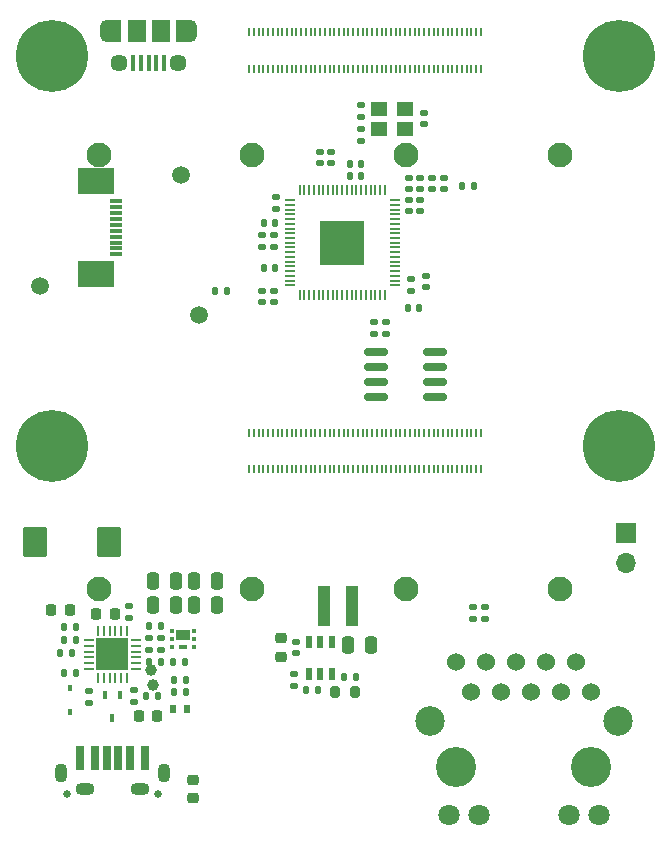
<source format=gbr>
%TF.GenerationSoftware,KiCad,Pcbnew,(6.0.7)*%
%TF.CreationDate,2022-11-16T16:45:53+01:00*%
%TF.ProjectId,MainBoard,4d61696e-426f-4617-9264-2e6b69636164,rev?*%
%TF.SameCoordinates,PXa344e00PY7102aa0*%
%TF.FileFunction,Soldermask,Top*%
%TF.FilePolarity,Negative*%
%FSLAX46Y46*%
G04 Gerber Fmt 4.6, Leading zero omitted, Abs format (unit mm)*
G04 Created by KiCad (PCBNEW (6.0.7)) date 2022-11-16 16:45:53*
%MOMM*%
%LPD*%
G01*
G04 APERTURE LIST*
G04 Aperture macros list*
%AMRoundRect*
0 Rectangle with rounded corners*
0 $1 Rounding radius*
0 $2 $3 $4 $5 $6 $7 $8 $9 X,Y pos of 4 corners*
0 Add a 4 corners polygon primitive as box body*
4,1,4,$2,$3,$4,$5,$6,$7,$8,$9,$2,$3,0*
0 Add four circle primitives for the rounded corners*
1,1,$1+$1,$2,$3*
1,1,$1+$1,$4,$5*
1,1,$1+$1,$6,$7*
1,1,$1+$1,$8,$9*
0 Add four rect primitives between the rounded corners*
20,1,$1+$1,$2,$3,$4,$5,0*
20,1,$1+$1,$4,$5,$6,$7,0*
20,1,$1+$1,$6,$7,$8,$9,0*
20,1,$1+$1,$8,$9,$2,$3,0*%
G04 Aperture macros list end*
%ADD10R,1.100000X0.300000*%
%ADD11R,3.100000X2.300000*%
%ADD12RoundRect,0.140000X0.140000X0.170000X-0.140000X0.170000X-0.140000X-0.170000X0.140000X-0.170000X0*%
%ADD13RoundRect,0.135000X-0.185000X0.135000X-0.185000X-0.135000X0.185000X-0.135000X0.185000X0.135000X0*%
%ADD14RoundRect,0.140000X0.170000X-0.140000X0.170000X0.140000X-0.170000X0.140000X-0.170000X-0.140000X0*%
%ADD15RoundRect,0.250000X-0.250000X-0.475000X0.250000X-0.475000X0.250000X0.475000X-0.250000X0.475000X0*%
%ADD16RoundRect,0.140000X-0.170000X0.140000X-0.170000X-0.140000X0.170000X-0.140000X0.170000X0.140000X0*%
%ADD17R,1.400000X1.200000*%
%ADD18RoundRect,0.218750X0.218750X0.256250X-0.218750X0.256250X-0.218750X-0.256250X0.218750X-0.256250X0*%
%ADD19RoundRect,0.140000X-0.140000X-0.170000X0.140000X-0.170000X0.140000X0.170000X-0.140000X0.170000X0*%
%ADD20RoundRect,0.135000X0.135000X0.185000X-0.135000X0.185000X-0.135000X-0.185000X0.135000X-0.185000X0*%
%ADD21R,0.980000X3.400000*%
%ADD22C,1.000000*%
%ADD23RoundRect,0.225000X0.250000X-0.225000X0.250000X0.225000X-0.250000X0.225000X-0.250000X-0.225000X0*%
%ADD24RoundRect,0.135000X0.185000X-0.135000X0.185000X0.135000X-0.185000X0.135000X-0.185000X-0.135000X0*%
%ADD25R,0.550000X0.800000*%
%ADD26R,1.700000X1.700000*%
%ADD27O,1.700000X1.700000*%
%ADD28RoundRect,0.250000X-0.787500X-1.025000X0.787500X-1.025000X0.787500X1.025000X-0.787500X1.025000X0*%
%ADD29RoundRect,0.225000X0.225000X0.250000X-0.225000X0.250000X-0.225000X-0.250000X0.225000X-0.250000X0*%
%ADD30R,0.450000X0.700000*%
%ADD31RoundRect,0.250000X0.250000X0.475000X-0.250000X0.475000X-0.250000X-0.475000X0.250000X-0.475000X0*%
%ADD32RoundRect,0.200000X-0.200000X-0.275000X0.200000X-0.275000X0.200000X0.275000X-0.200000X0.275000X0*%
%ADD33RoundRect,0.062500X0.062500X-0.350000X0.062500X0.350000X-0.062500X0.350000X-0.062500X-0.350000X0*%
%ADD34RoundRect,0.062500X0.350000X-0.062500X0.350000X0.062500X-0.350000X0.062500X-0.350000X-0.062500X0*%
%ADD35R,2.700000X2.700000*%
%ADD36C,1.500000*%
%ADD37RoundRect,0.147500X0.147500X0.172500X-0.147500X0.172500X-0.147500X-0.172500X0.147500X-0.172500X0*%
%ADD38R,0.599999X1.000001*%
%ADD39RoundRect,0.135000X-0.135000X-0.185000X0.135000X-0.185000X0.135000X0.185000X-0.135000X0.185000X0*%
%ADD40RoundRect,0.225000X-0.250000X0.225000X-0.250000X-0.225000X0.250000X-0.225000X0.250000X0.225000X0*%
%ADD41R,0.425000X0.400000*%
%ADD42R,1.150000X0.950000*%
%ADD43R,0.750000X0.300000*%
%ADD44RoundRect,0.147500X-0.147500X-0.172500X0.147500X-0.172500X0.147500X0.172500X-0.147500X0.172500X0*%
%ADD45R,0.400000X1.350000*%
%ADD46R,1.200000X1.900000*%
%ADD47O,1.200000X1.900000*%
%ADD48C,1.450000*%
%ADD49R,1.500000X1.900000*%
%ADD50C,3.400000*%
%ADD51C,1.524000*%
%ADD52C,1.800000*%
%ADD53C,2.500000*%
%ADD54RoundRect,0.150000X-0.825000X-0.150000X0.825000X-0.150000X0.825000X0.150000X-0.825000X0.150000X0*%
%ADD55C,6.100000*%
%ADD56R,0.200000X0.700000*%
%ADD57C,0.650000*%
%ADD58R,0.700000X2.000000*%
%ADD59R,0.760000X2.000000*%
%ADD60R,0.800000X2.000000*%
%ADD61O,1.100000X1.600000*%
%ADD62O,1.600000X1.100000*%
%ADD63RoundRect,0.218750X-0.218750X-0.256250X0.218750X-0.256250X0.218750X0.256250X-0.218750X0.256250X0*%
%ADD64RoundRect,0.050000X0.050000X-0.362500X0.050000X0.362500X-0.050000X0.362500X-0.050000X-0.362500X0*%
%ADD65RoundRect,0.050000X0.362500X-0.050000X0.362500X0.050000X-0.362500X0.050000X-0.362500X-0.050000X0*%
%ADD66R,3.800000X3.800000*%
%ADD67R,0.450000X0.600000*%
%ADD68C,2.100000*%
G04 APERTURE END LIST*
D10*
%TO.C,J8*%
X9025000Y54175000D03*
X9025000Y53675000D03*
X9025000Y53175000D03*
X9025000Y52675000D03*
X9025000Y52175000D03*
X9025000Y51675000D03*
X9025000Y51175000D03*
X9025000Y50675000D03*
X9025000Y50175000D03*
X9025000Y49675000D03*
D11*
X7325000Y55845000D03*
X7325000Y48005000D03*
%TD*%
D12*
%TO.C,C65*%
X12780000Y18200000D03*
X11820000Y18200000D03*
%TD*%
%TO.C,C84*%
X29280000Y13900000D03*
X28320000Y13900000D03*
%TD*%
D13*
%TO.C,R28*%
X10550000Y12760000D03*
X10550000Y11740000D03*
%TD*%
D14*
%TO.C,C62*%
X6700000Y11720000D03*
X6700000Y12680000D03*
%TD*%
D15*
%TO.C,C72*%
X12170000Y22000000D03*
X14070000Y22000000D03*
%TD*%
D13*
%TO.C,R25*%
X24100000Y14110000D03*
X24100000Y13090000D03*
%TD*%
D14*
%TO.C,C30*%
X36770000Y55220000D03*
X36770000Y56180000D03*
%TD*%
D16*
%TO.C,C37*%
X35275000Y47880000D03*
X35275000Y46920000D03*
%TD*%
D17*
%TO.C,Y1*%
X31300000Y60250000D03*
X33500000Y60250000D03*
X33500000Y61950000D03*
X31300000Y61950000D03*
%TD*%
D18*
%TO.C,D10*%
X8887500Y19200000D03*
X7312500Y19200000D03*
%TD*%
D19*
%TO.C,C64*%
X4290000Y15900000D03*
X5250000Y15900000D03*
%TD*%
D20*
%TO.C,R16*%
X14810000Y15200000D03*
X13790000Y15200000D03*
%TD*%
D21*
%TO.C,L2*%
X26615000Y19900000D03*
X28985000Y19900000D03*
%TD*%
D22*
%TO.C,TP5*%
X12100000Y13225000D03*
%TD*%
D14*
%TO.C,C45*%
X33770000Y53320000D03*
X33770000Y54280000D03*
%TD*%
D23*
%TO.C,C82*%
X23000000Y15625000D03*
X23000000Y17175000D03*
%TD*%
D24*
%TO.C,R19*%
X12800000Y16190000D03*
X12800000Y17210000D03*
%TD*%
D12*
%TO.C,C49*%
X29750000Y56300000D03*
X28790000Y56300000D03*
%TD*%
D16*
%TO.C,C54*%
X21400000Y46580000D03*
X21400000Y45620000D03*
%TD*%
D25*
%TO.C,D5*%
X15047700Y11216980D03*
X13797700Y11216980D03*
%TD*%
D16*
%TO.C,C11*%
X35100000Y61680000D03*
X35100000Y60720000D03*
%TD*%
D13*
%TO.C,R10*%
X33975000Y47585000D03*
X33975000Y46565000D03*
%TD*%
D26*
%TO.C,J6*%
X52170000Y26075000D03*
D27*
X52170000Y23535000D03*
%TD*%
D13*
%TO.C,R2*%
X40270000Y19810000D03*
X40270000Y18790000D03*
%TD*%
%TO.C,R3*%
X29700000Y60310000D03*
X29700000Y59290000D03*
%TD*%
D14*
%TO.C,C27*%
X34770000Y53320000D03*
X34770000Y54280000D03*
%TD*%
D28*
%TO.C,C79*%
X2157500Y25300000D03*
X8382500Y25300000D03*
%TD*%
D14*
%TO.C,C50*%
X22400000Y50320000D03*
X22400000Y51280000D03*
%TD*%
D29*
%TO.C,C61*%
X12500000Y10550000D03*
X10950000Y10550000D03*
%TD*%
D13*
%TO.C,R1*%
X39185000Y19800000D03*
X39185000Y18780000D03*
%TD*%
D15*
%TO.C,C67*%
X12170000Y19950000D03*
X14070000Y19950000D03*
%TD*%
D13*
%TO.C,R4*%
X22540000Y54570000D03*
X22540000Y53550000D03*
%TD*%
D16*
%TO.C,C12*%
X26250000Y58380000D03*
X26250000Y57420000D03*
%TD*%
D12*
%TO.C,C32*%
X22480000Y52300000D03*
X21520000Y52300000D03*
%TD*%
D30*
%TO.C,D6*%
X9350000Y12400000D03*
X8050000Y12400000D03*
X8700000Y10400000D03*
%TD*%
D31*
%TO.C,C81*%
X17520000Y19950000D03*
X15620000Y19950000D03*
%TD*%
D19*
%TO.C,C42*%
X33690000Y45150000D03*
X34650000Y45150000D03*
%TD*%
D32*
%TO.C,R24*%
X27575000Y12600000D03*
X29225000Y12600000D03*
%TD*%
D16*
%TO.C,C44*%
X31875000Y43930000D03*
X31875000Y42970000D03*
%TD*%
D12*
%TO.C,C43*%
X22450000Y48500000D03*
X21490000Y48500000D03*
%TD*%
D33*
%TO.C,U6*%
X7450000Y13837500D03*
X7950000Y13837500D03*
X8450000Y13837500D03*
X8950000Y13837500D03*
X9450000Y13837500D03*
X9950000Y13837500D03*
D34*
X10662500Y14550000D03*
X10662500Y15050000D03*
X10662500Y15550000D03*
X10662500Y16050000D03*
X10662500Y16550000D03*
X10662500Y17050000D03*
D33*
X9950000Y17762500D03*
X9450000Y17762500D03*
X8950000Y17762500D03*
X8450000Y17762500D03*
X7950000Y17762500D03*
X7450000Y17762500D03*
D34*
X6737500Y17050000D03*
X6737500Y16550000D03*
X6737500Y16050000D03*
X6737500Y15550000D03*
X6737500Y15050000D03*
X6737500Y14550000D03*
D35*
X8700000Y15800000D03*
%TD*%
D36*
%TO.C,TP2*%
X14475000Y56375000D03*
%TD*%
D37*
%TO.C,FB4*%
X39285000Y55500000D03*
X38315000Y55500000D03*
%TD*%
D38*
%TO.C,U8*%
X27250001Y16875001D03*
X26300000Y16875001D03*
X25350002Y16875001D03*
X25350002Y14125001D03*
X26300000Y14125001D03*
X27250001Y14125001D03*
%TD*%
D39*
%TO.C,R12*%
X11565000Y12275000D03*
X12585000Y12275000D03*
%TD*%
D22*
%TO.C,TP4*%
X12000000Y14500000D03*
%TD*%
D40*
%TO.C,C60*%
X15500000Y5175000D03*
X15500000Y3625000D03*
%TD*%
D41*
%TO.C,Q1*%
X13762500Y17750000D03*
X13762500Y17100000D03*
X13762500Y16450000D03*
X15637500Y16450000D03*
X15637500Y17100000D03*
X15637500Y17750000D03*
D42*
X14700000Y17425000D03*
D43*
X14700000Y16450000D03*
%TD*%
D14*
%TO.C,C25*%
X35770000Y55220000D03*
X35770000Y56180000D03*
%TD*%
D16*
%TO.C,C13*%
X27200000Y58380000D03*
X27200000Y57420000D03*
%TD*%
D12*
%TO.C,C22*%
X29750000Y57300000D03*
X28790000Y57300000D03*
%TD*%
D15*
%TO.C,C85*%
X28650000Y16600000D03*
X30550000Y16600000D03*
%TD*%
D39*
%TO.C,R13*%
X4590000Y18100000D03*
X5610000Y18100000D03*
%TD*%
D24*
%TO.C,R18*%
X11800000Y16190000D03*
X11800000Y17210000D03*
%TD*%
D14*
%TO.C,C83*%
X24200000Y15920000D03*
X24200000Y16880000D03*
%TD*%
D16*
%TO.C,C51*%
X22400000Y46580000D03*
X22400000Y45620000D03*
%TD*%
%TO.C,C46*%
X30875000Y43930000D03*
X30875000Y42970000D03*
%TD*%
D36*
%TO.C,TP3*%
X2550000Y46975000D03*
%TD*%
D44*
%TO.C,D7*%
X13915000Y13600000D03*
X14885000Y13600000D03*
%TD*%
D45*
%TO.C,J7*%
X13070000Y65847500D03*
X12420000Y65847500D03*
X11770000Y65847500D03*
X11120000Y65847500D03*
X10470000Y65847500D03*
D46*
X14670000Y68547500D03*
D47*
X15270000Y68547500D03*
D48*
X9270000Y65847500D03*
D47*
X8270000Y68547500D03*
D49*
X12770000Y68547500D03*
D46*
X8870000Y68547500D03*
D48*
X14270000Y65847500D03*
D49*
X10770000Y68547500D03*
%TD*%
D20*
%TO.C,R11*%
X14910000Y12600000D03*
X13890000Y12600000D03*
%TD*%
D31*
%TO.C,C78*%
X17540000Y22000000D03*
X15640000Y22000000D03*
%TD*%
D39*
%TO.C,R14*%
X11790000Y15200000D03*
X12810000Y15200000D03*
%TD*%
D50*
%TO.C,U3*%
X49250000Y6300000D03*
X37820000Y6300000D03*
D51*
X37820000Y15190000D03*
X39090000Y12650000D03*
X40360000Y15190000D03*
X41630000Y12650000D03*
X42900000Y15190000D03*
X44170000Y12650000D03*
X45440000Y15190000D03*
X46710000Y12650000D03*
X47980000Y15190000D03*
X49250000Y12650000D03*
D52*
X37210000Y2190000D03*
X39750000Y2190000D03*
X47320000Y2190000D03*
X49860000Y2190000D03*
D53*
X35610000Y10190000D03*
X51460000Y10190000D03*
%TD*%
D24*
%TO.C,R17*%
X10100000Y18890000D03*
X10100000Y19910000D03*
%TD*%
D19*
%TO.C,C63*%
X4620000Y14200000D03*
X5580000Y14200000D03*
%TD*%
D54*
%TO.C,U5*%
X31025000Y41405000D03*
X31025000Y40135000D03*
X31025000Y38865000D03*
X31025000Y37595000D03*
X35975000Y37595000D03*
X35975000Y38865000D03*
X35975000Y40135000D03*
X35975000Y41405000D03*
%TD*%
D55*
%TO.C,Module1*%
X51580000Y33490000D03*
X51580000Y66490000D03*
X3580000Y33490000D03*
X3580000Y66490000D03*
D56*
X20280000Y31490000D03*
X20280000Y34570000D03*
X20680000Y31490000D03*
X20680000Y34570000D03*
X21080000Y31490000D03*
X21080000Y34570000D03*
X21480000Y31490000D03*
X21480000Y34570000D03*
X21880000Y31490000D03*
X21880000Y34570000D03*
X22280000Y31490000D03*
X22280000Y34570000D03*
X22680000Y31490000D03*
X22680000Y34570000D03*
X23080000Y31490000D03*
X23080000Y34570000D03*
X23480000Y31490000D03*
X23480000Y34570000D03*
X23880000Y31490000D03*
X23880000Y34570000D03*
X24280000Y31490000D03*
X24280000Y34570000D03*
X24680000Y31490000D03*
X24680000Y34570000D03*
X25080000Y31490000D03*
X25080000Y34570000D03*
X25480000Y31490000D03*
X25480000Y34570000D03*
X25880000Y31490000D03*
X25880000Y34570000D03*
X26280000Y31490000D03*
X26280000Y34570000D03*
X26680000Y31490000D03*
X26680000Y34570000D03*
X27080000Y31490000D03*
X27080000Y34570000D03*
X27480000Y31490000D03*
X27480000Y34570000D03*
X27880000Y31490000D03*
X27880000Y34570000D03*
X28280000Y31490000D03*
X28280000Y34570000D03*
X28680000Y31490000D03*
X28680000Y34570000D03*
X29080000Y31490000D03*
X29080000Y34570000D03*
X29480000Y31490000D03*
X29480000Y34570000D03*
X29880000Y31490000D03*
X29880000Y34570000D03*
X30280000Y31490000D03*
X30280000Y34570000D03*
X30680000Y31490000D03*
X30680000Y34570000D03*
X31080000Y31490000D03*
X31080000Y34570000D03*
X31480000Y31490000D03*
X31480000Y34570000D03*
X31880000Y31490000D03*
X31880000Y34570000D03*
X32280000Y31490000D03*
X32280000Y34570000D03*
X32680000Y31490000D03*
X32680000Y34570000D03*
X33080000Y31490000D03*
X33080000Y34570000D03*
X33480000Y31490000D03*
X33480000Y34570000D03*
X33880000Y31490000D03*
X33880000Y34570000D03*
X34280000Y31490000D03*
X34280000Y34570000D03*
X34680000Y31490000D03*
X34680000Y34570000D03*
X35080000Y31490000D03*
X35080000Y34570000D03*
X35480000Y31490000D03*
X35480000Y34570000D03*
X35880000Y31490000D03*
X35880000Y34570000D03*
X36280000Y31490000D03*
X36280000Y34570000D03*
X36680000Y31490000D03*
X36680000Y34570000D03*
X37080000Y31490000D03*
X37080000Y34570000D03*
X37480000Y31490000D03*
X37480000Y34570000D03*
X37880000Y31490000D03*
X37880000Y34570000D03*
X38280000Y31490000D03*
X38280000Y34570000D03*
X38680000Y31490000D03*
X38680000Y34570000D03*
X39080000Y31490000D03*
X39080000Y34570000D03*
X39480000Y31490000D03*
X39480000Y34570000D03*
X39880000Y31490000D03*
X39880000Y34570000D03*
X20280000Y65410000D03*
X20280000Y68490000D03*
X20680000Y65410000D03*
X20680000Y68490000D03*
X21080000Y65410000D03*
X21080000Y68490000D03*
X21480000Y65410000D03*
X21480000Y68490000D03*
X21880000Y65410000D03*
X21880000Y68490000D03*
X22280000Y65410000D03*
X22280000Y68490000D03*
X22680000Y65410000D03*
X22680000Y68490000D03*
X23080000Y65410000D03*
X23080000Y68490000D03*
X23480000Y65410000D03*
X23480000Y68490000D03*
X23880000Y65410000D03*
X23880000Y68490000D03*
X24280000Y65410000D03*
X24280000Y68490000D03*
X24680000Y65410000D03*
X24680000Y68490000D03*
X25080000Y65410000D03*
X25080000Y68490000D03*
X25480000Y65410000D03*
X25480000Y68490000D03*
X25880000Y65410000D03*
X25880000Y68490000D03*
X26280000Y65410000D03*
X26280000Y68490000D03*
X26680000Y65410000D03*
X26680000Y68490000D03*
X27080000Y65410000D03*
X27080000Y68490000D03*
X27480000Y65410000D03*
X27480000Y68490000D03*
X27880000Y65410000D03*
X27880000Y68490000D03*
X28280000Y65410000D03*
X28280000Y68490000D03*
X28680000Y65410000D03*
X28680000Y68490000D03*
X29080000Y65410000D03*
X29080000Y68490000D03*
X29480000Y65410000D03*
X29480000Y68490000D03*
X29880000Y65410000D03*
X29880000Y68490000D03*
X30280000Y65410000D03*
X30280000Y68490000D03*
X30680000Y65410000D03*
X30680000Y68490000D03*
X31080000Y65410000D03*
X31080000Y68490000D03*
X31480000Y65410000D03*
X31480000Y68490000D03*
X31880000Y65410000D03*
X31880000Y68490000D03*
X32280000Y65410000D03*
X32280000Y68490000D03*
X32680000Y65410000D03*
X32680000Y68490000D03*
X33080000Y65410000D03*
X33080000Y68490000D03*
X33480000Y65410000D03*
X33480000Y68490000D03*
X33880000Y65410000D03*
X33880000Y68490000D03*
X34280000Y65410000D03*
X34280000Y68490000D03*
X34680000Y65410000D03*
X34680000Y68490000D03*
X35080000Y65410000D03*
X35080000Y68490000D03*
X35480000Y65410000D03*
X35480000Y68490000D03*
X35880000Y65410000D03*
X35880000Y68490000D03*
X36280000Y65410000D03*
X36280000Y68490000D03*
X36680000Y65410000D03*
X36680000Y68490000D03*
X37080000Y65410000D03*
X37080000Y68490000D03*
X37480000Y65410000D03*
X37480000Y68490000D03*
X37880000Y65410000D03*
X37880000Y68490000D03*
X38280000Y65410000D03*
X38280000Y68490000D03*
X38680000Y65410000D03*
X38680000Y68490000D03*
X39080000Y65410000D03*
X39080000Y68490000D03*
X39480000Y65410000D03*
X39480000Y68490000D03*
X39880000Y65410000D03*
X39880000Y68490000D03*
%TD*%
D57*
%TO.C,J1*%
X12575000Y4000000D03*
X4825000Y4000000D03*
D58*
X8200000Y7000000D03*
D59*
X10220000Y7000000D03*
D60*
X11450000Y7000000D03*
D58*
X9200000Y7000000D03*
D59*
X7180000Y7000000D03*
D60*
X5950000Y7000000D03*
D61*
X4380000Y5800000D03*
X13020000Y5800000D03*
D62*
X6400000Y4370000D03*
X11000000Y4370000D03*
%TD*%
D14*
%TO.C,C40*%
X34770000Y55220000D03*
X34770000Y56180000D03*
%TD*%
D36*
%TO.C,TP1*%
X16050000Y44500000D03*
%TD*%
D44*
%TO.C,FB1*%
X17415000Y46600000D03*
X18385000Y46600000D03*
%TD*%
D20*
%TO.C,R26*%
X26110000Y12800000D03*
X25090000Y12800000D03*
%TD*%
D63*
%TO.C,D9*%
X3512500Y19600000D03*
X5087500Y19600000D03*
%TD*%
D14*
%TO.C,C55*%
X21400000Y50320000D03*
X21400000Y51280000D03*
%TD*%
%TO.C,C2*%
X29700000Y61320000D03*
X29700000Y62280000D03*
%TD*%
%TO.C,C35*%
X33770000Y55220000D03*
X33770000Y56180000D03*
%TD*%
D64*
%TO.C,U4*%
X24550000Y46222500D03*
X24950000Y46222500D03*
X25350000Y46222500D03*
X25750000Y46222500D03*
X26150000Y46222500D03*
X26550000Y46222500D03*
X26950000Y46222500D03*
X27350000Y46222500D03*
X27750000Y46222500D03*
X28150000Y46222500D03*
X28550000Y46222500D03*
X28950000Y46222500D03*
X29350000Y46222500D03*
X29750000Y46222500D03*
X30150000Y46222500D03*
X30550000Y46222500D03*
X30950000Y46222500D03*
X31350000Y46222500D03*
X31750000Y46222500D03*
D65*
X32587500Y47060000D03*
X32587500Y47460000D03*
X32587500Y47860000D03*
X32587500Y48260000D03*
X32587500Y48660000D03*
X32587500Y49060000D03*
X32587500Y49460000D03*
X32587500Y49860000D03*
X32587500Y50260000D03*
X32587500Y50660000D03*
X32587500Y51060000D03*
X32587500Y51460000D03*
X32587500Y51860000D03*
X32587500Y52260000D03*
X32587500Y52660000D03*
X32587500Y53060000D03*
X32587500Y53460000D03*
X32587500Y53860000D03*
X32587500Y54260000D03*
D64*
X31750000Y55097500D03*
X31350000Y55097500D03*
X30950000Y55097500D03*
X30550000Y55097500D03*
X30150000Y55097500D03*
X29750000Y55097500D03*
X29350000Y55097500D03*
X28950000Y55097500D03*
X28550000Y55097500D03*
X28150000Y55097500D03*
X27750000Y55097500D03*
X27350000Y55097500D03*
X26950000Y55097500D03*
X26550000Y55097500D03*
X26150000Y55097500D03*
X25750000Y55097500D03*
X25350000Y55097500D03*
X24950000Y55097500D03*
X24550000Y55097500D03*
D65*
X23712500Y54260000D03*
X23712500Y53860000D03*
X23712500Y53460000D03*
X23712500Y53060000D03*
X23712500Y52660000D03*
X23712500Y52260000D03*
X23712500Y51860000D03*
X23712500Y51460000D03*
X23712500Y51060000D03*
X23712500Y50660000D03*
X23712500Y50260000D03*
X23712500Y49860000D03*
X23712500Y49460000D03*
X23712500Y49060000D03*
X23712500Y48660000D03*
X23712500Y48260000D03*
X23712500Y47860000D03*
X23712500Y47460000D03*
X23712500Y47060000D03*
D66*
X28150000Y50660000D03*
%TD*%
D67*
%TO.C,D8*%
X5100000Y10900000D03*
X5100000Y13000000D03*
%TD*%
D20*
%TO.C,R15*%
X5610000Y17000000D03*
X4590000Y17000000D03*
%TD*%
D68*
%TO.C,J2*%
X46550000Y58130000D03*
X46550000Y21330000D03*
%TD*%
%TO.C,J3*%
X33550000Y21320000D03*
X33550000Y58120000D03*
%TD*%
%TO.C,J4*%
X20550000Y58130000D03*
X20550000Y21330000D03*
%TD*%
%TO.C,J5*%
X7540000Y21330000D03*
X7540000Y58130000D03*
%TD*%
M02*

</source>
